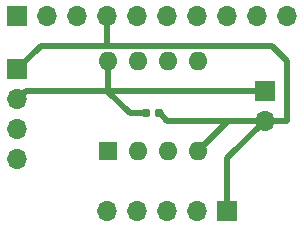
<source format=gbl>
%TF.GenerationSoftware,KiCad,Pcbnew,(6.0.10)*%
%TF.CreationDate,2023-01-29T23:50:32+02:00*%
%TF.ProjectId,Bomb,426f6d62-2e6b-4696-9361-645f70636258,rev?*%
%TF.SameCoordinates,Original*%
%TF.FileFunction,Copper,L2,Bot*%
%TF.FilePolarity,Positive*%
%FSLAX46Y46*%
G04 Gerber Fmt 4.6, Leading zero omitted, Abs format (unit mm)*
G04 Created by KiCad (PCBNEW (6.0.10)) date 2023-01-29 23:50:32*
%MOMM*%
%LPD*%
G01*
G04 APERTURE LIST*
G04 Aperture macros list*
%AMRoundRect*
0 Rectangle with rounded corners*
0 $1 Rounding radius*
0 $2 $3 $4 $5 $6 $7 $8 $9 X,Y pos of 4 corners*
0 Add a 4 corners polygon primitive as box body*
4,1,4,$2,$3,$4,$5,$6,$7,$8,$9,$2,$3,0*
0 Add four circle primitives for the rounded corners*
1,1,$1+$1,$2,$3*
1,1,$1+$1,$4,$5*
1,1,$1+$1,$6,$7*
1,1,$1+$1,$8,$9*
0 Add four rect primitives between the rounded corners*
20,1,$1+$1,$2,$3,$4,$5,0*
20,1,$1+$1,$4,$5,$6,$7,0*
20,1,$1+$1,$6,$7,$8,$9,0*
20,1,$1+$1,$8,$9,$2,$3,0*%
G04 Aperture macros list end*
%TA.AperFunction,SMDPad,CuDef*%
%ADD10RoundRect,0.155000X-0.212500X-0.155000X0.212500X-0.155000X0.212500X0.155000X-0.212500X0.155000X0*%
%TD*%
%TA.AperFunction,ComponentPad*%
%ADD11R,1.700000X1.700000*%
%TD*%
%TA.AperFunction,ComponentPad*%
%ADD12O,1.700000X1.700000*%
%TD*%
%TA.AperFunction,ComponentPad*%
%ADD13R,1.600000X1.600000*%
%TD*%
%TA.AperFunction,ComponentPad*%
%ADD14O,1.600000X1.600000*%
%TD*%
%TA.AperFunction,Conductor*%
%ADD15C,0.500000*%
%TD*%
%TA.AperFunction,Conductor*%
%ADD16C,0.250000*%
%TD*%
G04 APERTURE END LIST*
D10*
%TO.P,C1,1*%
%TO.N,+5V*%
X128642500Y-57455000D03*
%TO.P,C1,2*%
%TO.N,GND*%
X129777500Y-57455000D03*
%TD*%
D11*
%TO.P,J1,1,Pin_1*%
%TO.N,/SCL{slash}A5*%
X117780000Y-49200000D03*
D12*
%TO.P,J1,2,Pin_2*%
%TO.N,/SDA{slash}A4*%
X120320000Y-49200000D03*
%TO.P,J1,3,Pin_3*%
%TO.N,/AREF*%
X122860000Y-49200000D03*
%TO.P,J1,4,Pin_4*%
%TO.N,GND*%
X125400000Y-49200000D03*
%TO.P,J1,5,Pin_5*%
%TO.N,/13*%
X127940000Y-49200000D03*
%TO.P,J1,6,Pin_6*%
%TO.N,/12*%
X130480000Y-49200000D03*
%TO.P,J1,7,Pin_7*%
%TO.N,/\u002A11*%
X133020000Y-49200000D03*
%TO.P,J1,8,Pin_8*%
%TO.N,/\u002A10*%
X135560000Y-49200000D03*
%TO.P,J1,9,Pin_9*%
%TO.N,/\u002A9*%
X138100000Y-49200000D03*
%TO.P,J1,10,Pin_10*%
%TO.N,/8*%
X140640000Y-49200000D03*
%TD*%
D13*
%TO.P,U1,1,~{RESET}/PB5*%
%TO.N,/\u002A10*%
X125439261Y-60686243D03*
D14*
%TO.P,U1,2,XTAL1/PB3*%
%TO.N,/\u002A9*%
X127979261Y-60686243D03*
%TO.P,U1,3,XTAL2/PB4*%
%TO.N,/8*%
X130519261Y-60686243D03*
%TO.P,U1,4,GND*%
%TO.N,GND*%
X133059261Y-60686243D03*
%TO.P,U1,5,AREF/PB0*%
%TO.N,/\u002A11*%
X133059261Y-53066243D03*
%TO.P,U1,6,PB1*%
%TO.N,/12*%
X130519261Y-53066243D03*
%TO.P,U1,7,PB2*%
%TO.N,/13*%
X127979261Y-53066243D03*
%TO.P,U1,8,VCC*%
%TO.N,+5V*%
X125439261Y-53066243D03*
%TD*%
D11*
%TO.P,J2,1,Pin_1*%
%TO.N,GND*%
X117780000Y-53707500D03*
D12*
%TO.P,J2,2,Pin_2*%
%TO.N,+5V*%
X117780000Y-56247500D03*
%TO.P,J2,3,Pin_3*%
%TO.N,/SCL{slash}A5*%
X117780000Y-58787500D03*
%TO.P,J2,4,Pin_4*%
%TO.N,/SDA{slash}A4*%
X117780000Y-61327500D03*
%TD*%
D11*
%TO.P,J4,1,Pin_1*%
%TO.N,GND*%
X135560000Y-65710000D03*
D12*
%TO.P,J4,2,Pin_2*%
%TO.N,/\u002A9*%
X133020000Y-65710000D03*
%TO.P,J4,3,Pin_3*%
%TO.N,/\u002A11*%
X130480000Y-65710000D03*
%TO.P,J4,4,Pin_4*%
%TO.N,/12*%
X127940000Y-65710000D03*
%TO.P,J4,5,Pin_5*%
%TO.N,/13*%
X125400000Y-65710000D03*
%TD*%
D11*
%TO.P,J3,1,Pin_1*%
%TO.N,+5V*%
X138735000Y-55550000D03*
D12*
%TO.P,J3,2,Pin_2*%
%TO.N,GND*%
X138735000Y-58090000D03*
%TD*%
D15*
%TO.N,+5V*%
X127305000Y-57455000D02*
X128582500Y-57455000D01*
X125400000Y-55550000D02*
X127305000Y-57455000D01*
%TO.N,GND*%
X130472500Y-58090000D02*
X129837500Y-57455000D01*
X135655504Y-58090000D02*
X130472500Y-58090000D01*
X140640000Y-53010000D02*
X140640000Y-58090000D01*
X139370000Y-51740000D02*
X140640000Y-53010000D01*
X125400000Y-51740000D02*
X139370000Y-51740000D01*
X140640000Y-58090000D02*
X138735000Y-58090000D01*
%TO.N,+5V*%
X125478522Y-55550000D02*
X126670000Y-55550000D01*
D16*
X125439261Y-55510739D02*
X125478522Y-55550000D01*
D15*
X138735000Y-55550000D02*
X126670000Y-55550000D01*
%TO.N,GND*%
X135560000Y-61265000D02*
X135560000Y-65710000D01*
X138735000Y-58090000D02*
X135560000Y-61265000D01*
X119747500Y-51740000D02*
X117780000Y-53707500D01*
X125400000Y-51740000D02*
X119747500Y-51740000D01*
X125400000Y-51740000D02*
X125400000Y-49200000D01*
X135655504Y-58090000D02*
X133059261Y-60686243D01*
X138735000Y-58090000D02*
X135655504Y-58090000D01*
%TO.N,+5V*%
X125400000Y-55550000D02*
X118477500Y-55550000D01*
X125439261Y-53066243D02*
X125439261Y-55510739D01*
X118477500Y-55550000D02*
X117780000Y-56247500D01*
D16*
X125439261Y-55510739D02*
X125400000Y-55550000D01*
%TD*%
M02*

</source>
